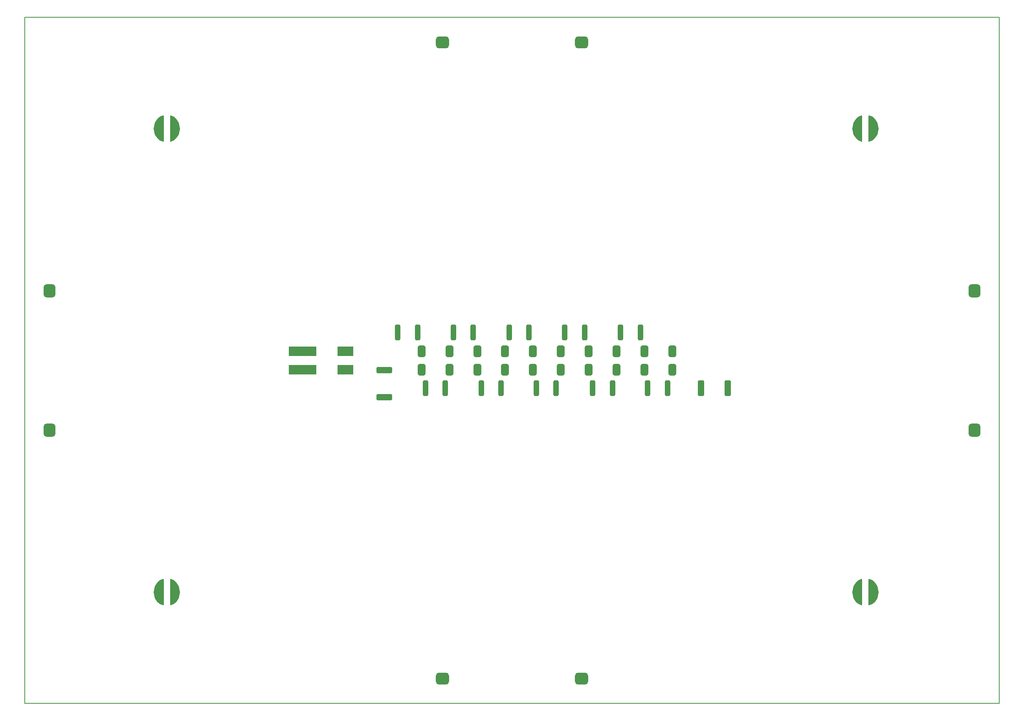
<source format=gbp>
G04 #@! TF.GenerationSoftware,KiCad,Pcbnew,6.0.0-d3dd2cf0fa~116~ubuntu20.04.1*
G04 #@! TF.CreationDate,2022-01-09T22:40:42+01:00*
G04 #@! TF.ProjectId,Statikplatte,53746174-696b-4706-9c61-7474652e6b69,rev?*
G04 #@! TF.SameCoordinates,Original*
G04 #@! TF.FileFunction,Paste,Bot*
G04 #@! TF.FilePolarity,Positive*
%FSLAX46Y46*%
G04 Gerber Fmt 4.6, Leading zero omitted, Abs format (unit mm)*
G04 Created by KiCad (PCBNEW 6.0.0-d3dd2cf0fa~116~ubuntu20.04.1) date 2022-01-09 22:40:42*
%MOMM*%
%LPD*%
G01*
G04 APERTURE LIST*
G04 Aperture macros list*
%AMRoundRect*
0 Rectangle with rounded corners*
0 $1 Rounding radius*
0 $2 $3 $4 $5 $6 $7 $8 $9 X,Y pos of 4 corners*
0 Add a 4 corners polygon primitive as box body*
4,1,4,$2,$3,$4,$5,$6,$7,$8,$9,$2,$3,0*
0 Add four circle primitives for the rounded corners*
1,1,$1+$1,$2,$3*
1,1,$1+$1,$4,$5*
1,1,$1+$1,$6,$7*
1,1,$1+$1,$8,$9*
0 Add four rect primitives between the rounded corners*
20,1,$1+$1,$2,$3,$4,$5,0*
20,1,$1+$1,$4,$5,$6,$7,0*
20,1,$1+$1,$6,$7,$8,$9,0*
20,1,$1+$1,$8,$9,$2,$3,0*%
G04 Aperture macros list end*
G04 #@! TA.AperFunction,Profile*
%ADD10C,0.150000*%
G04 #@! TD*
%ADD11C,0.150000*%
%ADD12RoundRect,0.650000X0.750000X-0.650000X0.750000X0.650000X-0.750000X0.650000X-0.750000X-0.650000X0*%
%ADD13RoundRect,0.650000X-0.650000X-0.750000X0.650000X-0.750000X0.650000X0.750000X-0.650000X0.750000X0*%
%ADD14RoundRect,0.650000X-0.750000X0.650000X-0.750000X-0.650000X0.750000X-0.650000X0.750000X0.650000X0*%
%ADD15RoundRect,0.650000X0.650000X0.750000X-0.650000X0.750000X-0.650000X-0.750000X0.650000X-0.750000X0*%
%ADD16RoundRect,0.250000X0.312500X1.450000X-0.312500X1.450000X-0.312500X-1.450000X0.312500X-1.450000X0*%
%ADD17RoundRect,0.425000X0.425000X-0.825000X0.425000X0.825000X-0.425000X0.825000X-0.425000X-0.825000X0*%
%ADD18RoundRect,0.425000X-0.425000X0.825000X-0.425000X-0.825000X0.425000X-0.825000X0.425000X0.825000X0*%
%ADD19RoundRect,0.250000X0.425000X1.425000X-0.425000X1.425000X-0.425000X-1.425000X0.425000X-1.425000X0*%
%ADD20R,3.500000X2.000000*%
%ADD21R,6.000000X2.000000*%
%ADD22RoundRect,0.250000X1.425000X-0.425000X1.425000X0.425000X-1.425000X0.425000X-1.425000X-0.425000X0*%
G04 APERTURE END LIST*
D10*
X15000000Y-15000000D02*
X225000000Y-15000000D01*
X225000000Y-15000000D02*
X225000000Y-163000000D01*
X15000000Y-163000000D02*
X225000000Y-163000000D01*
X15000000Y-15000000D02*
X15000000Y-163000000D01*
D11*
X46375000Y-41750000D02*
X46375000Y-36250000D01*
X46375000Y-36250000D02*
X47125000Y-36500000D01*
X47125000Y-36500000D02*
X47625000Y-37000000D01*
X47625000Y-37000000D02*
X48125000Y-37750000D01*
X48125000Y-37750000D02*
X48375000Y-39000000D01*
X48375000Y-39000000D02*
X48125000Y-40250000D01*
X48125000Y-40250000D02*
X47625000Y-41000000D01*
X47625000Y-41000000D02*
X47125000Y-41500000D01*
X47125000Y-41500000D02*
X46375000Y-41750000D01*
G36*
X47125000Y-36500000D02*
G01*
X47625000Y-37000000D01*
X48125000Y-37750000D01*
X48375000Y-39000000D01*
X48125000Y-40250000D01*
X47625000Y-41000000D01*
X47125000Y-41500000D01*
X46375000Y-41750000D01*
X46375000Y-36250000D01*
X47125000Y-36500000D01*
G37*
X47125000Y-36500000D02*
X47625000Y-37000000D01*
X48125000Y-37750000D01*
X48375000Y-39000000D01*
X48125000Y-40250000D01*
X47625000Y-41000000D01*
X47125000Y-41500000D01*
X46375000Y-41750000D01*
X46375000Y-36250000D01*
X47125000Y-36500000D01*
X44875000Y-36250000D02*
X44875000Y-41750000D01*
X44875000Y-41750000D02*
X44125000Y-41500000D01*
X44125000Y-41500000D02*
X43625000Y-41000000D01*
X43625000Y-41000000D02*
X43125000Y-40250000D01*
X43125000Y-40250000D02*
X42875000Y-39000000D01*
X42875000Y-39000000D02*
X43125000Y-37750000D01*
X43125000Y-37750000D02*
X43625000Y-37000000D01*
X43625000Y-37000000D02*
X44125000Y-36500000D01*
X44125000Y-36500000D02*
X44875000Y-36250000D01*
G36*
X44875000Y-41750000D02*
G01*
X44125000Y-41500000D01*
X43625000Y-41000000D01*
X43125000Y-40250000D01*
X42875000Y-39000000D01*
X43125000Y-37750000D01*
X43625000Y-37000000D01*
X44125000Y-36500000D01*
X44875000Y-36250000D01*
X44875000Y-41750000D01*
G37*
X44875000Y-41750000D02*
X44125000Y-41500000D01*
X43625000Y-41000000D01*
X43125000Y-40250000D01*
X42875000Y-39000000D01*
X43125000Y-37750000D01*
X43625000Y-37000000D01*
X44125000Y-36500000D01*
X44875000Y-36250000D01*
X44875000Y-41750000D01*
X196875000Y-141750000D02*
X196875000Y-136250000D01*
X196875000Y-136250000D02*
X197625000Y-136500000D01*
X197625000Y-136500000D02*
X198125000Y-137000000D01*
X198125000Y-137000000D02*
X198625000Y-137750000D01*
X198625000Y-137750000D02*
X198875000Y-139000000D01*
X198875000Y-139000000D02*
X198625000Y-140250000D01*
X198625000Y-140250000D02*
X198125000Y-141000000D01*
X198125000Y-141000000D02*
X197625000Y-141500000D01*
X197625000Y-141500000D02*
X196875000Y-141750000D01*
G36*
X197625000Y-136500000D02*
G01*
X198125000Y-137000000D01*
X198625000Y-137750000D01*
X198875000Y-139000000D01*
X198625000Y-140250000D01*
X198125000Y-141000000D01*
X197625000Y-141500000D01*
X196875000Y-141750000D01*
X196875000Y-136250000D01*
X197625000Y-136500000D01*
G37*
X197625000Y-136500000D02*
X198125000Y-137000000D01*
X198625000Y-137750000D01*
X198875000Y-139000000D01*
X198625000Y-140250000D01*
X198125000Y-141000000D01*
X197625000Y-141500000D01*
X196875000Y-141750000D01*
X196875000Y-136250000D01*
X197625000Y-136500000D01*
X195375000Y-136250000D02*
X195375000Y-141750000D01*
X195375000Y-141750000D02*
X194625000Y-141500000D01*
X194625000Y-141500000D02*
X194125000Y-141000000D01*
X194125000Y-141000000D02*
X193625000Y-140250000D01*
X193625000Y-140250000D02*
X193375000Y-139000000D01*
X193375000Y-139000000D02*
X193625000Y-137750000D01*
X193625000Y-137750000D02*
X194125000Y-137000000D01*
X194125000Y-137000000D02*
X194625000Y-136500000D01*
X194625000Y-136500000D02*
X195375000Y-136250000D01*
G36*
X195375000Y-141750000D02*
G01*
X194625000Y-141500000D01*
X194125000Y-141000000D01*
X193625000Y-140250000D01*
X193375000Y-139000000D01*
X193625000Y-137750000D01*
X194125000Y-137000000D01*
X194625000Y-136500000D01*
X195375000Y-136250000D01*
X195375000Y-141750000D01*
G37*
X195375000Y-141750000D02*
X194625000Y-141500000D01*
X194125000Y-141000000D01*
X193625000Y-140250000D01*
X193375000Y-139000000D01*
X193625000Y-137750000D01*
X194125000Y-137000000D01*
X194625000Y-136500000D01*
X195375000Y-136250000D01*
X195375000Y-141750000D01*
X196875000Y-41750000D02*
X196875000Y-36250000D01*
X196875000Y-36250000D02*
X197625000Y-36500000D01*
X197625000Y-36500000D02*
X198125000Y-37000000D01*
X198125000Y-37000000D02*
X198625000Y-37750000D01*
X198625000Y-37750000D02*
X198875000Y-39000000D01*
X198875000Y-39000000D02*
X198625000Y-40250000D01*
X198625000Y-40250000D02*
X198125000Y-41000000D01*
X198125000Y-41000000D02*
X197625000Y-41500000D01*
X197625000Y-41500000D02*
X196875000Y-41750000D01*
G36*
X197625000Y-36500000D02*
G01*
X198125000Y-37000000D01*
X198625000Y-37750000D01*
X198875000Y-39000000D01*
X198625000Y-40250000D01*
X198125000Y-41000000D01*
X197625000Y-41500000D01*
X196875000Y-41750000D01*
X196875000Y-36250000D01*
X197625000Y-36500000D01*
G37*
X197625000Y-36500000D02*
X198125000Y-37000000D01*
X198625000Y-37750000D01*
X198875000Y-39000000D01*
X198625000Y-40250000D01*
X198125000Y-41000000D01*
X197625000Y-41500000D01*
X196875000Y-41750000D01*
X196875000Y-36250000D01*
X197625000Y-36500000D01*
X195375000Y-36250000D02*
X195375000Y-41750000D01*
X195375000Y-41750000D02*
X194625000Y-41500000D01*
X194625000Y-41500000D02*
X194125000Y-41000000D01*
X194125000Y-41000000D02*
X193625000Y-40250000D01*
X193625000Y-40250000D02*
X193375000Y-39000000D01*
X193375000Y-39000000D02*
X193625000Y-37750000D01*
X193625000Y-37750000D02*
X194125000Y-37000000D01*
X194125000Y-37000000D02*
X194625000Y-36500000D01*
X194625000Y-36500000D02*
X195375000Y-36250000D01*
G36*
X195375000Y-41750000D02*
G01*
X194625000Y-41500000D01*
X194125000Y-41000000D01*
X193625000Y-40250000D01*
X193375000Y-39000000D01*
X193625000Y-37750000D01*
X194125000Y-37000000D01*
X194625000Y-36500000D01*
X195375000Y-36250000D01*
X195375000Y-41750000D01*
G37*
X195375000Y-41750000D02*
X194625000Y-41500000D01*
X194125000Y-41000000D01*
X193625000Y-40250000D01*
X193375000Y-39000000D01*
X193625000Y-37750000D01*
X194125000Y-37000000D01*
X194625000Y-36500000D01*
X195375000Y-36250000D01*
X195375000Y-41750000D01*
X46375000Y-141750000D02*
X46375000Y-136250000D01*
X46375000Y-136250000D02*
X47125000Y-136500000D01*
X47125000Y-136500000D02*
X47625000Y-137000000D01*
X47625000Y-137000000D02*
X48125000Y-137750000D01*
X48125000Y-137750000D02*
X48375000Y-139000000D01*
X48375000Y-139000000D02*
X48125000Y-140250000D01*
X48125000Y-140250000D02*
X47625000Y-141000000D01*
X47625000Y-141000000D02*
X47125000Y-141500000D01*
X47125000Y-141500000D02*
X46375000Y-141750000D01*
G36*
X47125000Y-136500000D02*
G01*
X47625000Y-137000000D01*
X48125000Y-137750000D01*
X48375000Y-139000000D01*
X48125000Y-140250000D01*
X47625000Y-141000000D01*
X47125000Y-141500000D01*
X46375000Y-141750000D01*
X46375000Y-136250000D01*
X47125000Y-136500000D01*
G37*
X47125000Y-136500000D02*
X47625000Y-137000000D01*
X48125000Y-137750000D01*
X48375000Y-139000000D01*
X48125000Y-140250000D01*
X47625000Y-141000000D01*
X47125000Y-141500000D01*
X46375000Y-141750000D01*
X46375000Y-136250000D01*
X47125000Y-136500000D01*
X44875000Y-136250000D02*
X44875000Y-141750000D01*
X44875000Y-141750000D02*
X44125000Y-141500000D01*
X44125000Y-141500000D02*
X43625000Y-141000000D01*
X43625000Y-141000000D02*
X43125000Y-140250000D01*
X43125000Y-140250000D02*
X42875000Y-139000000D01*
X42875000Y-139000000D02*
X43125000Y-137750000D01*
X43125000Y-137750000D02*
X43625000Y-137000000D01*
X43625000Y-137000000D02*
X44125000Y-136500000D01*
X44125000Y-136500000D02*
X44875000Y-136250000D01*
G36*
X44875000Y-141750000D02*
G01*
X44125000Y-141500000D01*
X43625000Y-141000000D01*
X43125000Y-140250000D01*
X42875000Y-139000000D01*
X43125000Y-137750000D01*
X43625000Y-137000000D01*
X44125000Y-136500000D01*
X44875000Y-136250000D01*
X44875000Y-141750000D01*
G37*
X44875000Y-141750000D02*
X44125000Y-141500000D01*
X43625000Y-141000000D01*
X43125000Y-140250000D01*
X42875000Y-139000000D01*
X43125000Y-137750000D01*
X43625000Y-137000000D01*
X44125000Y-136500000D01*
X44875000Y-136250000D01*
X44875000Y-141750000D01*
D12*
X105000000Y-157650000D03*
D13*
X20350000Y-74000000D03*
D14*
X105000000Y-20350000D03*
D15*
X219650000Y-74000000D03*
D12*
X135000000Y-157650000D03*
D15*
X219650000Y-104000000D03*
D13*
X20350000Y-104000000D03*
D16*
X101362500Y-95000000D03*
X105637500Y-95000000D03*
X107362500Y-83000000D03*
X111637500Y-83000000D03*
X113362500Y-95000000D03*
X117637500Y-95000000D03*
X119362500Y-83000000D03*
X123637500Y-83000000D03*
X125225000Y-95000000D03*
X129500000Y-95000000D03*
X131362500Y-83000000D03*
X135637500Y-83000000D03*
X137362500Y-95000000D03*
X141637500Y-95000000D03*
X143362500Y-83000000D03*
X147637500Y-83000000D03*
X149225000Y-95000000D03*
X153500000Y-95000000D03*
D17*
X154500000Y-87000000D03*
X154500000Y-91000000D03*
X106500000Y-86999999D03*
X106500000Y-90999999D03*
D18*
X112500000Y-91000000D03*
X112500000Y-87000000D03*
D17*
X118500000Y-87000000D03*
X118500000Y-91000000D03*
D18*
X124500000Y-91000000D03*
X124500000Y-87000000D03*
D17*
X130500000Y-86999999D03*
X130500000Y-90999999D03*
D18*
X136500000Y-91000001D03*
X136500000Y-87000001D03*
D17*
X142500000Y-87000000D03*
X142500000Y-91000000D03*
D18*
X148500000Y-91000000D03*
X148500000Y-87000000D03*
D16*
X95362500Y-83000000D03*
X99637500Y-83000000D03*
D19*
X160700000Y-95000000D03*
X166500000Y-95000000D03*
D18*
X100500000Y-91000000D03*
X100500000Y-87000000D03*
D20*
X84125000Y-87000000D03*
X84125000Y-91000000D03*
D21*
X74875000Y-87000000D03*
X74875000Y-91000000D03*
D22*
X92500000Y-91100000D03*
X92500000Y-96900000D03*
D14*
X135000000Y-20350000D03*
M02*

</source>
